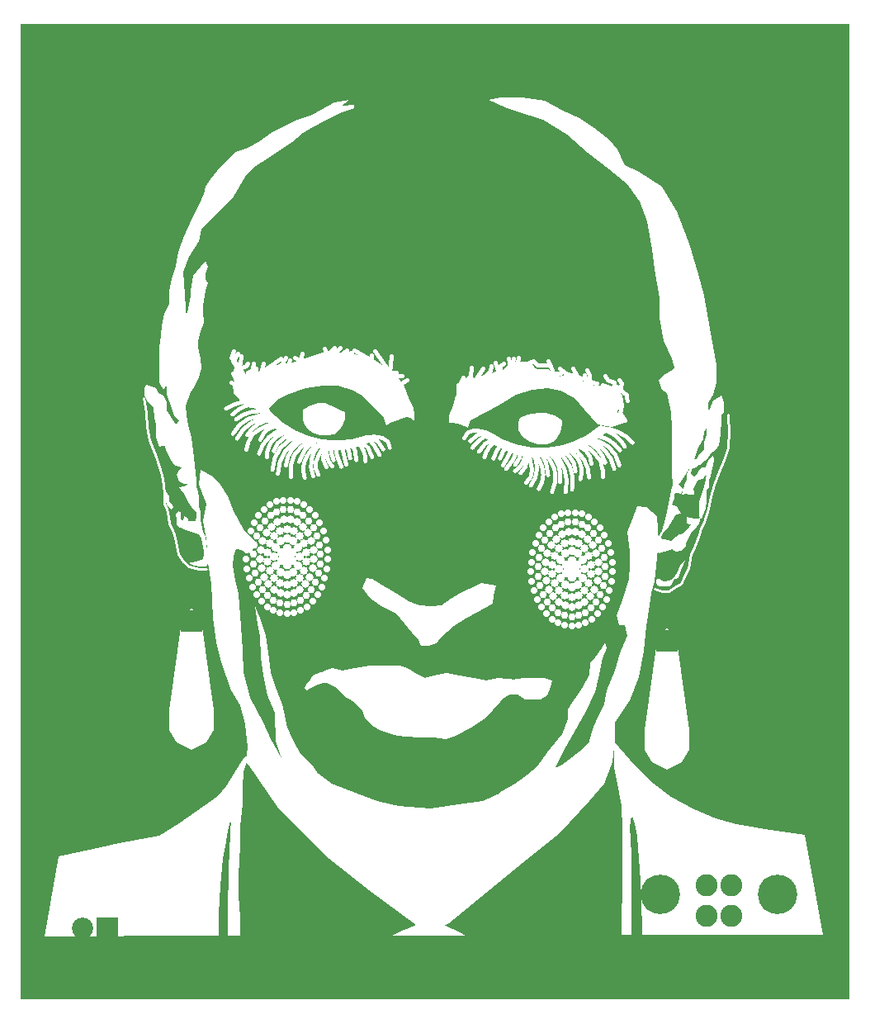
<source format=gts>
G04 start of page 2 for group 2 layer_idx 15 *
G04 Title: (unknown), top_mask *
G04 Creator: pcb-rnd 3.1.4-dev *
G04 CreationDate: 2024-02-11 09:55:08 UTC *
G04 For: STEM4ukraine *
G04 Format: Gerber/RS-274X *
G04 PCB-Dimensions: 334646 393701 *
G04 PCB-Coordinate-Origin: lower left *
%MOIN*%
%FSLAX25Y25*%
%LNTOP_MASK_NONE_2*%
%ADD65C,0.0887*%
%ADD64C,0.1595*%
%ADD63C,0.0860*%
%ADD62C,0.0100*%
%ADD61C,0.0374*%
%ADD60C,0.0394*%
%ADD59C,0.0354*%
%ADD58C,0.0335*%
%ADD57C,0.0315*%
%ADD56C,0.0295*%
%ADD55C,0.0276*%
%ADD54C,0.0800*%
%ADD53C,0.0150*%
%ADD52C,0.0200*%
%ADD51C,0.0001*%
G54D51*G36*
X0Y393701D02*Y0D01*
X334646D01*
Y393701D01*
X0D01*
G37*
%LPC*%
G36*
X86000Y178701D02*X85500Y175201D01*
X86500Y169201D01*
X88000Y163701D01*
X88500Y155201D01*
X89500Y141201D01*
X90000Y132201D01*
X92500Y121701D01*
X98000Y111701D01*
X101000Y105201D01*
X108000Y92701D01*
X106500Y88701D01*
X96000Y89701D01*
X91000Y95701D01*
X91500Y101701D01*
X90500Y111201D01*
X88500Y118701D01*
X85000Y124701D01*
X81000Y136201D01*
X79000Y144201D01*
X77500Y154201D01*
X77000Y167701D01*
X75500Y176201D01*
X75000Y185701D01*
X73500Y193201D01*
X75000Y200201D01*
X72000Y207701D01*
X72500Y213701D01*
X77500Y211201D01*
X80500Y207701D01*
X83500Y203201D01*
X86000Y197201D01*
X90000Y189701D01*
X94500Y184701D01*
X95000Y183201D01*
X92500Y180201D01*
X87000Y182201D01*
X86000Y178701D01*
G37*
G36*
X59500Y198701D02*X59000Y199701D01*
X58500Y201201D01*
Y205201D01*
X60000Y203201D01*
Y201201D01*
X61000Y200201D01*
X61500Y198701D01*
X61000Y197701D01*
X59500Y198701D01*
G37*
G36*
X70500Y176701D02*X73500Y177701D01*
X74000Y179701D01*
Y181201D01*
X73500Y182701D01*
X73000Y186201D01*
X72000Y187701D01*
X71000Y188201D01*
X68000Y189201D01*
X66000Y189701D01*
X65500Y190201D01*
X63500Y190701D01*
X63000Y191701D01*
Y193701D01*
X62500Y195701D01*
X63500Y197201D01*
X64500Y196701D01*
Y194201D01*
X65500Y193201D01*
X66000Y195201D01*
X67000Y194701D01*
X67500Y193701D01*
Y193201D01*
X70500D01*
X71000Y194701D01*
Y196701D01*
X69000Y198701D01*
X67500Y200701D01*
X66500Y202701D01*
X66000Y204201D01*
X64500Y205701D01*
X64000Y206701D01*
X66000Y207201D01*
X67500Y208201D01*
X68500Y209201D01*
X71000Y209701D01*
Y207201D01*
X71500Y204701D01*
X72000Y202701D01*
Y199201D01*
X72500Y196701D01*
Y193701D01*
X73000Y191701D01*
X73500Y188701D01*
X74500Y186701D01*
X75500Y178201D01*
Y176201D01*
X75000Y174701D01*
X72500D01*
X70000Y175201D01*
X68000Y176201D01*
X67500D01*
X70500Y176701D01*
G37*
G36*
X78000Y108701D02*X75000Y103701D01*
X69000Y100953D01*
X63000Y103701D01*
X60000Y108701D01*
Y116701D01*
X65000Y152701D01*
X66000Y155701D01*
X69000Y157701D01*
X72000Y155701D01*
X73000Y152701D01*
X78000Y116701D01*
Y108701D01*
G37*
G36*
X160500Y145201D02*X158000Y148201D01*
X155000Y151701D01*
X151500Y155701D01*
X145500Y158701D01*
X141000Y162201D01*
X138000Y166201D01*
X139500Y170201D01*
X142000Y169701D01*
X144500Y168201D01*
X148000Y166201D01*
X152000Y163701D01*
X156500Y160701D01*
X161000Y159201D01*
X166000Y158701D01*
X170000Y159201D01*
X173500Y161701D01*
X177000Y163701D01*
X186000Y168201D01*
X192000Y167201D01*
X191000Y163201D01*
X190500Y159701D01*
X184000Y156201D01*
X179500Y153701D01*
X175000Y150701D01*
X169500Y146201D01*
X168000Y143701D01*
X164500Y142701D01*
X161500D01*
X160500Y145201D01*
G37*
G36*
X97000Y153201D02*X99000Y147201D01*
X100000Y140201D01*
X101000Y132201D01*
X102500Y126701D01*
X105500Y119201D01*
X107000Y113201D01*
X107500Y109701D01*
X110000Y104701D01*
X113000Y99201D01*
X117500Y94701D01*
X119500Y91701D01*
X120000Y85701D01*
X110500Y90201D01*
X107000Y92701D01*
X103000Y104201D01*
X102500Y115701D01*
X99500Y122701D01*
X98000Y131201D01*
X97000Y138201D01*
X96500Y146701D01*
X95500Y151701D01*
X94500Y158701D01*
X97000Y153201D01*
G37*
G36*
X115500Y124701D02*X114500Y125701D01*
X115500Y127701D01*
X117000Y129201D01*
X118000Y130701D01*
X121000Y132201D01*
X126000Y133201D01*
X123500Y132201D01*
X121000Y130701D01*
X121500Y129701D01*
X125000Y128201D01*
X123500Y127701D01*
X122000D01*
X120000Y127201D01*
X116000Y125201D01*
X115500Y124701D01*
G37*
G36*
X133500Y122201D02*X138000Y119201D01*
X143000Y115701D01*
X149500Y114201D01*
X160000Y112701D01*
X168000D01*
X176500Y113701D01*
X183500Y116701D01*
X192000Y120201D01*
X198000Y126201D01*
X193500Y120201D01*
X190500Y116701D01*
X188000Y113701D01*
X182000Y109701D01*
X175000Y106201D01*
X171500Y105201D01*
X166500Y105701D01*
X162000D01*
X155000Y106201D01*
X150500Y106701D01*
X145000Y108701D01*
X141500Y110701D01*
X139000Y113701D01*
X138000Y116701D01*
X132000Y122701D01*
X133500Y122201D01*
G37*
G36*
X194000D02*X198000Y125701D01*
X199500Y129201D01*
X198500D01*
X203000Y129701D01*
X211500D01*
X214500Y128701D01*
X214000Y126201D01*
X212500Y122701D01*
X210000Y121201D01*
X203500D01*
X200500Y123201D01*
X197500D01*
X194000Y121201D01*
Y122201D01*
G37*
G36*
X256500Y168701D02*X257000Y169701D01*
X258000D01*
X259500Y168701D01*
X262000Y169201D01*
X263500Y170201D01*
X265000Y172201D01*
X266500Y175701D01*
X268500Y177701D01*
X267000Y174201D01*
X265500Y170201D01*
X264000Y169701D01*
X262500Y167201D01*
X261500Y166701D01*
X258500D01*
X257000Y167201D01*
X256500Y168701D01*
G37*
G36*
X229000Y102201D02*X231000Y109201D01*
X232500Y113201D01*
X235500Y119201D01*
X236500Y124701D01*
X240000Y132701D01*
X242000Y139701D01*
X245000Y146701D01*
X244000Y151201D01*
X241500D01*
X240500Y155201D01*
X243000Y161201D01*
X245500Y169701D01*
X246000Y174701D01*
Y180701D01*
X245000Y188701D01*
X247000Y193701D01*
X249000Y199201D01*
X252500Y198701D01*
X257000Y195201D01*
X257500Y184701D01*
X256000Y168701D01*
X254500Y164201D01*
X254000Y159201D01*
X252500Y150701D01*
X251500Y140701D01*
X249500Y130201D01*
X246000Y120701D01*
X240000Y111701D01*
X229000Y102201D01*
G37*
G36*
X265000Y208701D02*X266500Y207201D01*
X267500Y205701D01*
X266500Y204201D01*
X264500Y204701D01*
X264000Y203701D01*
Y202201D01*
X263000Y199701D01*
X265000Y199201D01*
X266500Y196201D01*
X264500Y195701D01*
X261500Y190701D01*
X259500Y188701D01*
X258500Y186701D01*
X259000Y185701D01*
X260000D01*
X262500Y185201D01*
X264500Y186701D01*
X266000Y187701D01*
X267500Y188201D01*
X270000Y190701D01*
X270500Y191701D01*
X269000Y192201D01*
Y194701D01*
X272000Y194201D01*
X273500D01*
X274500Y194701D01*
X274000Y192201D01*
X273000Y190701D01*
X270500Y188201D01*
X268500Y184201D01*
Y182701D01*
X266500Y181201D01*
X264500Y180701D01*
X263000Y181701D01*
X260000Y180701D01*
X257500Y180201D01*
X256500Y182201D01*
X257000Y185701D01*
X259000Y189201D01*
X260000Y192701D01*
X261000Y196701D01*
X262000Y201701D01*
X263000Y207201D01*
X265000Y208701D01*
G37*
G36*
X267000Y204201D02*X267500Y205701D01*
X268000Y207701D01*
X269000Y209701D01*
Y212201D01*
X269500Y213701D01*
X270500Y212201D01*
X272000Y211201D01*
X273000Y211701D01*
X274000Y213701D01*
X275000Y214701D01*
X276500D01*
X277000Y216201D01*
X278000Y218201D01*
X279500Y219701D01*
X280000Y217701D01*
X279500Y215701D01*
X279000Y213201D01*
X278500Y211201D01*
X278000Y209701D01*
Y206701D01*
X277000Y205701D01*
Y201201D01*
X276500Y198201D01*
X275500Y195701D01*
X275000Y194201D01*
X274000Y195201D01*
Y201201D01*
X275500Y205701D01*
X276500Y209701D01*
X277000Y212201D01*
X276500Y211701D01*
X275500Y210201D01*
X273500Y209701D01*
X272500Y208201D01*
X272000Y206701D01*
X271500Y206201D01*
X272000Y204701D01*
Y203701D01*
X270000D01*
X269000Y204201D01*
X267000Y203701D01*
Y204201D01*
G37*
G36*
X270000Y100701D02*X267000Y95701D01*
X261000Y92953D01*
X255000Y95701D01*
X252000Y100701D01*
Y108701D01*
X257000Y144701D01*
X258000Y147701D01*
X261000Y149701D01*
X264000Y147701D01*
X265000Y144701D01*
X270000Y108701D01*
Y100701D01*
G37*
G36*
X177500Y232201D02*X174500Y232701D01*
X173000D01*
Y235701D01*
X174500Y239701D01*
X175500Y243701D01*
X181000Y247701D01*
X188000Y251201D01*
X195000Y253701D01*
X202500Y254701D01*
X211000Y252701D01*
X217500Y249201D01*
X223500Y247701D01*
X231500Y244701D01*
X237500Y239701D01*
X242000Y236201D01*
X244000Y232701D01*
X238500Y231201D01*
X233000Y232201D01*
X227500Y238201D01*
X223500Y242701D01*
X218000Y245701D01*
X213000Y246701D01*
X206500Y246201D01*
X200000Y244201D01*
X193000Y239701D01*
X181500Y233701D01*
X180500Y230701D01*
X177500Y232201D01*
G37*
G36*
X117000Y239701D02*X120000Y240701D01*
X123000D01*
X126500Y239201D01*
X128500Y238201D01*
X131000Y237201D01*
Y234201D01*
X130000Y231701D01*
X128500Y229701D01*
X126500Y228201D01*
X124000Y227701D01*
X121000D01*
X118000Y228701D01*
X116000Y230201D01*
X114500Y232201D01*
X114000Y234201D01*
Y238201D01*
X117000Y239701D01*
G37*
G36*
X146500Y234701D02*X138000Y243701D01*
X133500Y246201D01*
X128000Y247701D01*
X122000D01*
X115000Y246701D01*
X107500Y244201D01*
X103500Y242201D01*
X100500Y239201D01*
X99000Y235201D01*
X97500Y236701D01*
X94000Y238701D01*
X91000Y239201D01*
X86000Y244701D01*
X85500Y248201D01*
X88500Y247701D01*
X93000Y250701D01*
X96500Y253701D01*
X102500Y256201D01*
X109500Y257201D01*
X116000Y259201D01*
X123500Y261701D01*
X133500Y260701D01*
X142000Y258701D01*
X150500Y253201D01*
X154500Y248201D01*
X157000Y242201D01*
X158500Y238701D01*
X159000Y236201D01*
Y233701D01*
X158500D01*
X157500Y234701D01*
X155500Y235201D01*
X153000Y234201D01*
X150000Y233201D01*
X147500Y231701D01*
X146500Y234701D01*
G37*
G36*
X201500D02*X204500Y236201D01*
X209000Y236701D01*
X212000D01*
X215500Y235701D01*
X218500Y233701D01*
Y232201D01*
X218000Y229201D01*
X216500Y226701D01*
X215000Y225201D01*
X212500Y224201D01*
X209000D01*
X205500Y225201D01*
X202500Y227201D01*
X201000Y229701D01*
Y233201D01*
X201500Y234701D01*
G37*
G36*
X270500Y212201D02*X270000Y212701D01*
Y214701D01*
X270500Y216701D01*
X272000Y218201D01*
X273000D01*
X274000Y220201D01*
X275000Y220701D01*
X276000Y222201D01*
Y224701D01*
X277000Y227701D01*
Y231701D01*
X283000Y236701D01*
Y233701D01*
X282500Y228201D01*
X282000Y223701D01*
X280500Y221701D01*
X279000Y220701D01*
X277500Y218701D01*
X277000Y217701D01*
X275500Y217201D01*
X275000Y216201D01*
X274000Y215701D01*
X272500Y214701D01*
X271000Y214201D01*
X270500Y211701D01*
Y212201D01*
G37*
G36*
X263000D02*Y230701D01*
X262500Y237201D01*
X261000Y244701D01*
X259000Y246201D01*
X257500Y249701D01*
X259500Y252201D01*
X262500Y253701D01*
X264000Y255201D01*
X263000Y258701D01*
X259500Y265701D01*
X258000Y275201D01*
Y283201D01*
X256000Y294701D01*
X255000Y302701D01*
X253000Y314201D01*
X250000Y322201D01*
X245000Y329201D01*
X237500Y335201D01*
X229000Y341701D01*
X220500Y349201D01*
X211000Y355201D01*
X205500Y356701D01*
X195500Y360201D01*
X189000Y363201D01*
X193500Y364201D01*
X202500D01*
X211500Y362701D01*
X219000Y358701D01*
X225500Y355701D01*
X231500Y351701D01*
X237500Y347201D01*
X241000Y343201D01*
X244000Y336701D01*
X249500Y334201D01*
X259000Y328201D01*
X265000Y318201D01*
X270000Y305201D01*
X273500Y292701D01*
X276000Y284201D01*
X279000Y267201D01*
X281000Y256201D01*
Y249201D01*
X279500Y244201D01*
X277500Y240701D01*
Y236701D01*
X279500Y241701D01*
X283000Y243701D01*
X284000Y241201D01*
Y237201D01*
X281500Y234201D01*
X278500Y233201D01*
X276000Y229201D01*
X275500Y226201D01*
X273500Y222701D01*
X271500Y217201D01*
X268500Y212201D01*
X263500Y204701D01*
X263000Y212201D01*
G37*
G36*
X67000Y274701D02*X67500Y279201D01*
X68500Y283701D01*
Y286201D01*
X69500Y292201D01*
X72500Y295701D01*
X74500Y298201D01*
X75500Y295701D01*
X74500Y293201D01*
Y290701D01*
X75500Y289201D01*
X74500Y286201D01*
X73500Y280201D01*
Y277701D01*
X74000Y273201D01*
X72500Y269701D01*
X71500Y265701D01*
Y263201D01*
X72500Y258701D01*
X73000Y254701D01*
X72000Y251201D01*
X70000Y247201D01*
X68500Y245201D01*
X66500Y239701D01*
X67000Y235701D01*
X68000Y230201D01*
X63500Y233701D01*
X62000Y235701D01*
X60500Y239701D01*
X59000Y244201D01*
Y248201D01*
X57500Y246201D01*
X56000Y249201D01*
Y263201D01*
X56500Y268201D01*
X57000Y272201D01*
X58000Y276701D01*
X60000Y280701D01*
Y286201D01*
X61000Y290701D01*
X62500Y296201D01*
X63500Y301701D01*
X66000Y308201D01*
X69000Y314701D01*
X72000Y320701D01*
X74000Y325201D01*
X74500Y328201D01*
X76500Y331201D01*
X80500Y336201D01*
X86500Y342201D01*
X91500Y343701D01*
X96000Y346201D01*
X101500Y350201D01*
X111000Y354701D01*
X117500Y357201D01*
X126500Y362201D01*
X132500Y363201D01*
X129500Y360701D01*
X134500Y361201D01*
Y359701D01*
X129500Y358201D01*
X123000Y354701D01*
X118000Y352201D01*
X114000Y349701D01*
X109500Y346201D01*
X100500Y340201D01*
X94000Y335701D01*
X90500Y332201D01*
X86000Y324201D01*
X77000Y315201D01*
X73000Y310701D01*
X72000Y306201D01*
X68000Y299701D01*
X65500Y293701D01*
X67000Y274701D01*
G37*
G36*
X69000Y208201D02*X66000D01*
X64000Y209201D01*
X63000Y211701D01*
X64000Y213701D01*
X65000Y214701D01*
X62000Y215701D01*
X60500Y217701D01*
X59000Y221201D01*
X58000Y223701D01*
X56000Y223201D01*
X55500Y224201D01*
X54500Y227201D01*
Y232201D01*
X54000Y234701D01*
X53500Y239201D01*
X51000Y241701D01*
X50000Y243701D01*
Y246701D01*
X50500Y248201D01*
X52000Y247701D01*
X54500Y246701D01*
X55500Y244701D01*
X57500Y243701D01*
X59000Y241201D01*
Y237701D01*
X62000Y233201D01*
X63000Y232201D01*
X64000Y233701D01*
X67500Y231701D01*
X69000Y226701D01*
X70000Y218701D01*
X71000Y209701D01*
X69000Y208201D01*
G37*
G36*
X123000Y132701D02*X126000Y133701D01*
X130000Y132701D01*
X135000Y133701D01*
X141000Y134701D01*
X153000D01*
X156000Y133701D01*
X159000Y131701D01*
X163000Y129701D01*
X167000Y130701D01*
X172000Y131701D01*
X188000Y128701D01*
X193000Y129701D01*
X198500Y129201D01*
Y125701D01*
X195500Y122701D01*
X191000Y119701D01*
X176000Y113701D01*
X169000Y112701D01*
X161000D01*
X152500Y113701D01*
X143000Y115701D01*
X139000Y118701D01*
X132000Y122701D01*
X128000Y126701D01*
X124000Y128701D01*
X120000Y129701D01*
Y130701D01*
X123000Y132701D01*
G37*
G36*
X125500Y87201D02*X136000Y83201D01*
X144000Y80201D01*
X152500Y78201D01*
X165500Y77201D01*
X176500Y78701D01*
X186500Y80201D01*
X194500Y83701D01*
X218500Y94701D01*
X227000Y101201D01*
X232500Y107201D01*
X240000Y112201D01*
Y104701D01*
X239000Y95701D01*
X235500Y87201D01*
X229500Y80201D01*
X217500Y67201D01*
X202500Y55201D01*
X191500Y46201D01*
X173000Y30701D01*
X170500Y29701D01*
X159500Y30201D01*
X140500Y44201D01*
X124500Y56701D01*
X103500Y77701D01*
X92000Y94701D01*
X119000Y92201D01*
X125500Y87201D01*
G37*
G36*
X90000Y91701D02*X89500Y85701D01*
Y79201D01*
X88500Y69701D01*
Y62201D01*
X88000Y50201D01*
Y42201D01*
X88500Y33201D01*
Y25701D01*
X83500D01*
Y35201D01*
X84000Y53201D01*
X84500Y66701D01*
X85000Y73201D01*
X84500Y72201D01*
X83500Y68201D01*
X82500Y61701D01*
X81500Y56701D01*
X80500Y45701D01*
X80000Y34701D01*
Y25701D01*
X22500D01*
Y59201D01*
X38000Y62701D01*
X48500Y64701D01*
X56000Y66201D01*
X64000Y71201D01*
X74000Y78201D01*
X79500Y82201D01*
X83000Y86201D01*
X89000Y95701D01*
X90500Y98201D01*
X91500D01*
X91000Y95201D01*
X90000Y91701D01*
G37*
G36*
X154000Y27701D02*X156500Y28701D01*
X159500Y30201D01*
X171000D01*
X178000Y26701D01*
X179500Y25701D01*
X150000D01*
X152000Y26701D01*
X154000Y27701D01*
G37*
G36*
X193500Y83701D02*X199500Y87201D01*
X204500Y90701D01*
X208500Y94201D01*
X212500Y99701D01*
X218500Y107201D01*
X221000Y113201D01*
Y117201D01*
X222500Y119701D01*
X225000Y123201D01*
X227000Y126201D01*
X229500Y131201D01*
X230000Y135701D01*
X232000Y138201D01*
X234500Y141701D01*
X236000Y144201D01*
X236500Y141701D01*
X235000Y137701D01*
X233500Y131201D01*
X232000Y124201D01*
X228000Y115701D01*
X223500Y108201D01*
X219500Y101201D01*
X215500Y93201D01*
X213000Y88701D01*
X210000Y83701D01*
X188000Y75201D01*
X189500Y77701D01*
X193500Y83701D01*
G37*
G36*
X246000Y96701D02*X255500Y87201D01*
X262500Y81701D01*
X272000Y76701D01*
X280500Y73201D01*
X289000Y70701D01*
X304500Y68201D01*
X308000Y67701D01*
Y26201D01*
X251000D01*
X250500Y41701D01*
X250000Y52701D01*
X249000Y65701D01*
X248000Y71201D01*
X247000Y74201D01*
X246500D01*
X246000Y69701D01*
X246500Y58701D01*
Y26201D01*
X242500D01*
X243000Y51201D01*
Y69201D01*
X242500Y78201D01*
X240500Y88701D01*
X239500Y93701D01*
Y99201D01*
X239000Y104201D01*
X239500D01*
X246000Y96701D01*
G37*
G36*
X316535Y66386D02*X324016Y26228D01*
X292520D01*
X300787Y68748D01*
X316535Y66386D01*
G37*
G36*
X41732Y25638D02*X9646D01*
X15354Y57724D01*
X38583Y62843D01*
X41732Y25638D01*
G37*
G54D52*X161000Y112701D02*X169000D01*
X161000D02*X153000Y113701D01*
X163000Y123701D02*X167000D01*
X169000Y112701D02*X176000Y113701D01*
X184000Y116701D01*
X167000Y123701D02*X171000Y124701D01*
X175000D01*
X181000Y123701D01*
X186000D01*
X177000Y129701D02*X183000Y128701D01*
X163000Y123701D02*X159000Y124701D01*
X154000Y126701D01*
X146000Y127701D01*
X184000Y116701D02*X191000Y119701D01*
X186000Y123701D02*X191000Y124701D01*
X196000Y126701D02*X198000D01*
X183000Y128701D02*X188000Y127701D01*
X193000Y128701D01*
X198000Y126701D02*Y125701D01*
X191000Y119701D02*X195000Y122701D01*
X198000Y125701D01*
X191000Y124701D02*X198500Y127701D01*
G54D53*X190000Y255701D02*X189500Y253701D01*
X182000Y247701D02*Y250701D01*
X181500Y251701D02*X182000Y255201D01*
X187500Y251701D02*X183174Y249527D01*
X182000Y250701D02*X179500Y246201D01*
X186500Y254701D02*X182000Y247701D01*
X180000Y250201D02*X181500Y251701D01*
X178000Y245201D02*X180000Y250201D01*
X178500Y251201D02*X178000Y245201D01*
X176500Y247201D02*X178500Y251201D01*
X176500Y243201D02*Y248201D01*
X183174Y249527D02*X192643Y253201D01*
X189500Y253701D02*X187500Y251701D01*
X191500Y257201D02*X192500Y253701D01*
G54D52*X204000Y254701D02*X197500Y254201D01*
G54D53*X200500Y255701D02*X205746Y255946D01*
X197500Y254201D02*X200500Y255701D01*
X193500D02*Y253701D01*
X195000Y256701D02*X193500Y255701D01*
X192500Y251201D02*X197000Y255451D01*
X192500Y253701D02*X193000Y252201D01*
X199000Y258701D02*X197500Y254201D01*
Y255701D02*X197000Y258701D01*
X200500Y257201D02*X197500Y255701D01*
X201000Y259201D02*X200500Y257201D01*
G54D52*X211000Y252701D02*X204000Y254701D01*
G54D53*X212500Y253701D02*X214000Y252701D01*
X207500Y253701D02*X212500D01*
X213643Y256201D02*X208500D01*
G54D52*X217500Y249201D02*X211000Y252701D01*
G54D53*X215500D02*X217000Y250701D01*
X214000Y252701D02*X218000D01*
X214500Y254201D02*X213000Y257701D01*
X217500Y254701D02*X220000Y252701D01*
X205000Y256901D02*X207500Y253701D01*
X204500Y256701D02*X200400Y256801D01*
X207000Y257701D02*X204500Y256701D01*
X208500Y256201D02*X207000Y257701D01*
X219000Y251201D02*X220500Y252301D01*
X217000Y250701D02*X219000Y251201D01*
X220000Y252701D02*X223500Y251701D01*
G54D54*X221500Y248701D02*X224000Y247201D01*
G54D53*X225500Y251034D02*X226000Y248701D01*
X227500Y252201D02*X228500Y246201D01*
X226000Y250701D02*X228000Y251201D01*
X224500Y251701D02*X226000Y250701D01*
X235000Y246201D02*X240500Y247401D01*
X233500Y247201D02*X235000Y246201D01*
X226000Y248701D02*X231500Y247201D01*
X235000Y248201D02*X237500Y247201D01*
X230500Y249201D02*X232500Y248701D01*
X229500Y252201D02*Y248701D01*
X228000Y251201D02*X230500Y249201D01*
X237500Y247201D02*X238000Y245201D01*
X241500Y250201D02*X242500Y248701D01*
X239500Y249201D02*Y248201D01*
X237000Y250201D02*X239500Y249201D01*
X236000Y251701D02*X237000Y250201D01*
G54D54*X236500Y242201D02*X229500Y243701D01*
G54D53*X231500Y247201D02*X233500D01*
X241444Y246645D02*X238500Y237701D01*
X238000Y245201D02*X241444Y246645D01*
X240500Y243701D02*Y240701D01*
G54D54*X238500D02*X236500Y242201D01*
G54D53*X242000Y246201D02*X240500Y243701D01*
X242500Y239701D02*X242000Y243701D01*
X240500Y240701D02*X240000Y237201D01*
X231683Y220438D02*X227000Y224701D01*
X198500Y223201D02*X194500Y215701D01*
X242000Y236701D02*X242500Y239701D01*
X235000Y213701D02*Y211201D01*
G54D55*X223895Y196649D03*
G54D56*X223880Y192697D03*
G54D55*X226645Y195989D03*
X229276Y194688D03*
X231712Y192783D03*
G54D57*X223857Y188739D03*
G54D56*X226583Y191920D03*
X229119Y190396D03*
G54D55*X233883Y190329D03*
G54D58*X222500Y184921D03*
G54D57*X226486Y187794D03*
X228864Y185963D03*
G54D56*X231384Y188189D03*
X233285Y185389D03*
G54D55*X235727Y187396D03*
X237190Y184070D03*
G54D59*X222500Y180984D03*
G54D58*X225241Y184245D03*
X227652Y182296D03*
G54D57*X230842Y183363D03*
G54D56*X234745Y182110D03*
G54D55*X238230Y180445D03*
G54D60*X222500Y173701D03*
G54D61*Y177047D03*
X224570Y175374D03*
G54D59*X225101Y180008D03*
X227005Y177343D03*
X227702Y173701D03*
G54D58*X229441Y179311D03*
G54D57*X232296Y180155D03*
G54D56*X235704Y178487D03*
G54D58*X230393Y175649D03*
G54D57*X233135Y176541D03*
X233305Y172749D03*
G54D56*X236121Y174668D03*
X235982Y170809D03*
G54D55*X238818Y176626D03*
X238936Y172723D03*
X238582Y168849D03*
G54D61*X222500Y170354D03*
X220430Y172028D03*
Y175374D03*
G54D59*X217995Y170059D03*
X222500Y166417D03*
X219899Y167393D03*
G54D58*X217348Y165105D03*
X222500Y162480D03*
X219759Y163157D03*
G54D57*X217284Y160418D03*
X215089Y162651D03*
X222500Y158543D03*
X219807Y159020D03*
G54D56*X217121Y156154D03*
X214709Y158029D03*
G54D55*X219720Y151000D03*
X217019Y151985D03*
G54D52*X193000Y128701D02*X200000Y128201D01*
G54D56*X222500Y154606D03*
X219754Y154997D03*
G54D55*X222500Y150669D03*
X214477Y153594D03*
X212165Y155781D03*
X210151Y158485D03*
G54D56*X212615Y160545D03*
G54D55*X208491Y161625D03*
G54D57*X213359Y165579D03*
G54D56*X210925Y163600D03*
X209710Y167069D03*
G54D55*X207235Y165113D03*
G54D59*X217298Y173701D03*
G54D58*X215559Y168091D03*
G54D57*X212203Y169017D03*
G54D55*X206418Y168849D03*
G54D58*X214607Y171752D03*
G54D57*X211695Y172749D03*
G54D56*X209018Y170809D03*
X208879Y174668D03*
G54D55*X206064Y172723D03*
X206182Y176626D03*
G54D58*X214607Y175649D03*
G54D57*X211865Y176541D03*
G54D61*X224570Y172028D03*
G54D59*X227005Y170059D03*
X225101Y167393D03*
G54D58*X225241Y163157D03*
X230393Y171752D03*
X229441Y168091D03*
X227652Y165105D03*
G54D57*X232797Y169017D03*
G54D56*X235290Y167069D03*
G54D55*X237765Y165113D03*
G54D57*X231641Y165579D03*
G54D56*X234075Y163600D03*
X232385Y160545D03*
G54D55*X236509Y161625D03*
X234849Y158485D03*
X232835Y155781D03*
G54D57*X229911Y162651D03*
G54D56*X230291Y158029D03*
G54D55*X230523Y153594D03*
G54D57*X227716Y160418D03*
X225193Y159020D03*
G54D56*X227879Y156154D03*
X225246Y154997D03*
G54D55*X227981Y151985D03*
X225280Y151000D03*
G54D58*X217348Y182296D03*
G54D57*X212704Y180155D03*
X214158Y183363D03*
X216136Y185963D03*
X218514Y187794D03*
G54D59*X217995Y177343D03*
G54D58*X215559Y179311D03*
G54D56*X209296Y178487D03*
G54D55*X206770Y180445D03*
G54D56*X210255Y182110D03*
G54D55*X207810Y184070D03*
G54D56*X211715Y185389D03*
G54D55*X209273Y187396D03*
X211117Y190329D03*
G54D56*X213616Y188189D03*
X215881Y190396D03*
X218417Y191920D03*
G54D55*X213288Y192783D03*
X215724Y194688D03*
X218355Y195989D03*
G54D59*X219899Y180008D03*
G54D58*X219759Y184245D03*
G54D57*X221143Y188739D03*
G54D56*X221120Y192697D03*
G54D55*X221105Y196649D03*
G54D53*X242500Y248701D02*X242000Y246201D01*
X228500Y254201D02*X229500Y252201D01*
X223000Y254701D02*X224500Y251701D01*
X244500Y242701D02*X245000Y241701D01*
X244000Y233701D02*X242000Y236701D01*
X244500Y244201D02*Y242701D01*
X239500Y248201D02*X244500Y244201D01*
G54D62*X259000Y164701D02*X256000Y165701D01*
X261500Y164701D02*X259000D01*
X269500Y174201D02*X268000Y170701D01*
X270500Y179701D02*X269500Y174201D01*
X271500Y181701D02*X270500Y179701D01*
X272500Y184201D02*X271500Y181701D01*
X264500Y166701D02*X261500Y164701D01*
X266500Y167701D02*X264500Y166701D01*
X268000Y170701D02*X266500Y167701D01*
X274000Y187701D02*X272500Y184201D01*
X274500Y190201D02*X274000Y187701D01*
X276000Y192701D02*X274500Y190201D01*
X282000Y213201D02*X280000Y207701D01*
X284000Y217701D02*X282000Y213201D01*
X285500Y222701D02*X284000Y217701D01*
X286000Y229701D02*X285500Y222701D01*
X277500Y198201D02*X276000Y192701D01*
X278500Y203201D02*X277500Y198201D01*
X280000Y207701D02*X278500Y203201D01*
X285500Y235201D02*X286000Y229701D01*
X285500Y236201D02*Y235201D01*
G54D52*X153000Y113701D02*X143000Y115701D01*
X139000Y118701D01*
X146000Y127701D02*X139000D01*
G54D62*X50500Y237201D02*X49500Y242701D01*
X51000Y231201D02*X50500Y237201D01*
X52000Y225701D02*X51000Y231201D01*
X54500Y219201D02*X52000Y225701D01*
X57000Y211701D02*X54500Y219201D01*
X57500Y207701D02*X57000Y211701D01*
X58000Y204201D02*X57500Y207701D01*
X58000Y200201D02*Y204201D01*
X59000Y198201D02*X58000Y200201D01*
X59500Y194701D02*X59000Y198201D01*
X60000Y192201D02*X59500Y194701D01*
X61000Y190201D02*X60000Y192201D01*
X62000Y187701D02*X61000Y190201D01*
X62500Y184701D02*X62000Y187701D01*
X63500Y179701D02*X62500Y184701D01*
X65500Y176701D02*X63500Y179701D01*
X68000Y174701D02*X65500Y176701D01*
X72000Y173701D02*X68000Y174701D01*
X75000Y173701D02*X72000D01*
G54D58*X99607Y176752D03*
G54D57*X96695Y177749D03*
G54D56*X94018Y175809D03*
G54D55*X91418Y173849D03*
X91064Y177723D03*
G54D59*X102298Y178701D03*
G54D58*X100559Y173091D03*
G54D57*X97203Y174017D03*
G54D60*X107500Y178701D03*
G54D61*X105430Y177028D03*
G54D59*X102995Y175059D03*
G54D56*X94710Y172069D03*
G54D61*X107500Y175354D03*
X109570Y177028D03*
G54D59*X107500Y171417D03*
X112005Y175059D03*
G54D58*X107500Y167480D03*
X110241Y168157D03*
G54D59*X110101Y172393D03*
G54D58*X112652Y170105D03*
G54D57*X116641Y170579D03*
X110193Y164020D03*
X114911Y167651D03*
X112716Y165418D03*
G54D56*X117385Y165545D03*
G54D55*X121509Y166625D03*
G54D52*X139000Y118701D02*X132000Y122701D01*
G54D56*X115291Y163029D03*
X112879Y161154D03*
G54D55*X117835Y160781D03*
X115523Y158594D03*
X112981Y156985D03*
X119849Y163485D03*
G54D56*X120290Y172069D03*
X119075Y168600D03*
X110246Y159997D03*
G54D55*X110280Y156000D03*
X122765Y170113D03*
G54D58*X115393Y176752D03*
X114441Y173091D03*
G54D57*X107500Y163543D03*
G54D56*Y159606D03*
G54D55*Y155669D03*
G54D57*X118305Y177749D03*
X117797Y174017D03*
G54D56*X120982Y175809D03*
G54D55*X123936Y177723D03*
X123582Y173849D03*
G54D59*X104899Y172393D03*
X112702Y178701D03*
G54D58*X104759Y168157D03*
G54D57*X104807Y164020D03*
G54D56*X102121Y161154D03*
X104754Y159997D03*
G54D55*X104720Y156000D03*
X102019Y156985D03*
X99477Y158594D03*
G54D58*X102348Y170105D03*
G54D57*X100089Y167651D03*
X98359Y170579D03*
G54D56*X95925Y168600D03*
G54D57*X102284Y165418D03*
G54D56*X99709Y163029D03*
X97615Y165545D03*
G54D55*X97165Y160781D03*
X95151Y163485D03*
X93491Y166625D03*
X92235Y170113D03*
G54D58*X99607Y180649D03*
X115393D03*
G54D56*X93879Y179668D03*
X121121D03*
G54D61*X105430Y180374D03*
G54D59*X104899Y185008D03*
G54D58*X104759Y189245D03*
X107500Y189921D03*
G54D59*Y185984D03*
G54D58*X110241Y189245D03*
X112652Y187296D03*
G54D61*X107500Y182047D03*
G54D59*X110101Y185008D03*
X112005Y182343D03*
G54D58*X114441Y184311D03*
G54D57*X113864Y190963D03*
G54D56*X118285Y190389D03*
G54D57*X115842Y188363D03*
X117296Y185155D03*
G54D56*X119745Y187110D03*
X120704Y183487D03*
G54D55*X122190Y189070D03*
X123230Y185445D03*
G54D57*X118135Y181541D03*
G54D55*X123818Y181626D03*
G54D61*X109570Y180374D03*
G54D58*X102348Y187296D03*
G54D57*X97704Y185155D03*
X99158Y188363D03*
X101136Y190963D03*
G54D59*X102995Y182343D03*
G54D58*X100559Y184311D03*
G54D57*X96865Y181541D03*
G54D56*X94296Y183487D03*
X95255Y187110D03*
G54D55*X92810Y189070D03*
G54D56*X96715Y190389D03*
G54D55*X91182Y181626D03*
X91770Y185445D03*
G54D56*X98616Y193189D03*
G54D55*X94273Y192396D03*
X96117Y195329D03*
X98288Y197783D03*
G54D57*X103514Y192794D03*
G54D56*X100881Y195396D03*
X103417Y196920D03*
G54D57*X106143Y193739D03*
G54D56*X106120Y197697D03*
G54D57*X108857Y193739D03*
G54D56*X108880Y197697D03*
G54D57*X111486Y192794D03*
G54D56*X111583Y196920D03*
X114119Y195396D03*
X116384Y193189D03*
G54D55*X116712Y197783D03*
X118883Y195329D03*
X120727Y192396D03*
X100724Y199688D03*
X103355Y200989D03*
X106105Y201649D03*
X108895D03*
X111645Y200989D03*
X114276Y199688D03*
G54D53*X91707Y224676D02*X91060Y222262D01*
X129422Y224406D02*X131344Y216126D01*
X85000Y249201D02*X87750Y248201D01*
X85000Y259201D02*X88026Y255674D01*
X86000Y261701D02*X85000Y259201D01*
X85500Y257701D02*X87500Y260701D01*
X89000Y259701D02*X88500Y256701D01*
X90315Y250016D02*X87250Y254451D01*
X87500Y254534D02*X85500Y257701D01*
X88500Y256701D02*X87500Y254534D01*
X89000Y248201D02*X90315Y250016D01*
X96655Y230325D02*X102281Y233231D01*
X86781Y252982D02*X89000Y248201D01*
X91675Y248875D02*X86781Y252982D01*
X91500Y253201D02*X93583Y254201D01*
X88026Y255674D02*X91500Y249201D01*
X91000Y255701D02*X91500Y256701D01*
X94000D02*X93000Y250701D01*
X93583Y254201D02*X91675Y248875D01*
X91500Y249201D02*Y253201D01*
X86500Y254201D02*X91000Y255701D01*
X88000Y247701D02*X86500Y254201D01*
X85500Y252701D02*X88000Y247701D01*
X95000Y254701D02*X94500Y251201D01*
X97000Y253201D02*X105000Y258701D01*
X98000Y256701D02*X97000Y253201D01*
X107000Y259201D02*X105000Y255701D01*
X113000Y258201D02*X113500Y260701D01*
X110500Y259201D02*X113000Y258201D01*
X108500D02*X108000Y256201D01*
X129000Y260201D02*X133500Y261201D01*
X141500Y258201D02*Y260201D01*
X134500Y262201D02*X141500Y258201D01*
X156000Y250201D02*X153500Y248701D01*
X154000Y251701D02*X151000D01*
X148844Y253201D02*X151500D01*
X149500Y259701D02*X148844Y253201D01*
X148500Y253701D02*X143000Y261701D01*
X131500Y262201D02*X129000Y260201D01*
Y263201D02*X125500Y260201D01*
X126500Y263201D02*X123500Y260201D01*
X122500Y262701D01*
G54D52*X120000Y129701D02*X124000Y128701D01*
X120000Y129701D02*X123000Y131701D01*
X126000Y132701D01*
X132000Y122701D02*X128000Y126701D01*
X124000Y128701D02*X128000Y126701D01*
X126000Y132701D02*X130000Y131701D01*
X135000Y132701D01*
X131000Y128701D02*X127000Y129701D01*
X139000Y127701D02*X131000Y128701D01*
X127000Y129701D02*X120000D01*
X135000Y132701D02*X141000Y133701D01*
X153000D01*
X156000Y132701D01*
X159000Y130701D01*
X163000Y128701D01*
X167000Y129701D01*
X172000Y130701D01*
X177000Y129701D01*
G54D53*X96848Y240554D02*G75*G03X85478Y236176I-760J-14981D01*G01*
X97073Y240838D02*G75*G03X82884Y238527I-4529J-16904D01*G01*
X99677Y237035D02*G75*G03X87022Y234209I-3623J-13523D01*G01*
X91501Y227843D02*G75*G02X101907Y234194I11185J-6626D01*G01*
X91707Y224676D02*G75*G02X96655Y230325I8210J-2200D01*G01*
X96701Y225926D02*G75*G02X105886Y231230I7244J-1941D01*G01*
G54D52*X117891Y223872D02*G75*G02X94859Y240476I10353J38637D01*G01*
G54D53*X99491Y218824D02*G75*G02X111423Y228711I9473J711D01*G01*
X96243Y220355D02*G75*G02X106959Y230447I13523J-3623D01*G01*
G54D52*X140152Y226902D02*G75*G02X96844Y240959I-12650J34770D01*G01*
G54D53*X87308Y226414D02*G75*G02X101589Y235039I13894J-6870D01*G01*
X85677Y228316D02*G75*G02X100738Y235198I11696J-5675D01*G01*
X101630Y213830D02*G75*G02X112675Y227813I14992J-488D01*G01*
X103861Y212219D02*G75*G02X114113Y227096I16495J-395D01*G01*
X109156Y210909D02*G75*G02X117489Y225512I12201J2717D01*G01*
X120745Y224139D02*G75*G03X118108Y211260I7926J-8332D01*G01*
X123816Y222802D02*G75*G03X125792Y215171I7727J-2071D01*G01*
X122332Y221129D02*G75*G03X123415Y214911I7244J-1941D01*G01*
X119236Y217300D02*G75*G02X124499Y224547I12074J-3235D01*G01*
X119236Y217300D02*G75*G03X120236Y211824I6279J-1682D01*G01*
X112440Y217050D02*G75*G02X118478Y225705I14972J-4012D01*G01*
X114371Y216533D02*G75*G03X114694Y210630I9176J-2459D01*G01*
X114371Y216533D02*G75*G02X122399Y224886I11591J-3106D01*G01*
X125653Y223863D02*G75*G03X126360Y217669I8210J-2200D01*G01*
X127228Y224447D02*G75*G03X129482Y215051I16976J-897D01*G01*
X133026Y218455D02*G75*G03X131313Y224655I-16947J-1345D01*G01*
X135520Y217754D02*G75*G03X133402Y225087I-12998J219D01*G01*
X107087Y215523D02*G75*G02X114997Y226266I12468J-897D01*G01*
G54D52*X117891Y223872D02*G75*G03X140992Y225998I8670J32359D01*G01*
G54D53*X102203Y221346D02*G75*G02X113225Y227710I8693J-2329D01*G01*
X139179Y217308D02*G75*G03X135477Y225515I-9991J431D01*G01*
X140316Y226541D02*G75*G02X144838Y219816I-12293J-13149D01*G01*
X137341Y225471D02*G75*G02X141883Y218967I-5255J-8508D01*G01*
X146076Y226673D02*G75*G03X140128Y227115I-4141J-15455D01*G01*
X140988Y227001D02*G75*G02X146409Y222080I-2071J-7727D01*G01*
X146076Y226673D02*G75*G02X149040Y222742I-1035J-3864D01*G01*
X188529Y228083D02*G75*G03X182421Y222758I8471J-15882D01*G01*
X191127Y226279D02*G75*G03X185056Y221173I2873J-9578D01*G01*
X187238Y218870D02*G75*G02X192939Y225839I9762J-2169D01*G01*
X183000Y229701D02*G75*G02X188860Y228589I0J-16000D01*G01*
G54D52*X209500Y219701D02*G75*G02X187737Y227733I0J33500D01*G01*
G54D53*X193479Y218386D02*G75*G02X196738Y223931I16021J-5685D01*G01*
X190888Y218354D02*G75*G02X194832Y224889I12612J-3153D01*G01*
X188000Y228701D02*G75*G03X181490Y225351I0J-8000D01*G01*
X183000Y229701D02*G75*G03X179119Y226671I0J-4000D01*G01*
G54D52*X209500Y219701D02*G75*G03X236045Y229778I0J40000D01*G01*
G54D53*X230500Y227701D02*G75*G02X241993Y221696I0J-14000D01*G01*
X236019Y216706D02*G75*G03X227611Y225534I-12519J-3505D01*G01*
X234143Y230368D02*G75*G02X243993Y223197I-3143J-14667D01*G01*
X234000Y230701D02*G75*G02X247107Y224796I0J-17500D01*G01*
X235000Y213701D02*G75*G03X231683Y220438I-8500J0D01*G01*
X239699Y214241D02*G75*G03X228137Y226268I-15199J-3040D01*G01*
X241766Y215656D02*G75*G03X229000Y226201I-12766J-2455D01*G01*
X230500Y216201D02*G75*G03X223000Y223701I-7500J0D01*G01*
G54D52*X188782Y228389D02*G75*G03X234252Y230758I21218J30312D01*G01*
G54D53*X224000Y213201D02*G75*G03X215000Y222201I-9000J0D01*G01*
X217775Y208840D02*G75*G03X212915Y221264I-12275J2361D01*G01*
X220036Y204813D02*G75*G03X213984Y221837I-16036J3887D01*G01*
X214582Y204919D02*G75*G03X210312Y221181I-11082J5782D01*G01*
X213000Y211701D02*G75*G03X209407Y221624I-15500J0D01*G01*
X211000Y211701D02*G75*G02X209161Y206083I-9500J0D01*G01*
X225967Y210062D02*G75*G03X217000Y222701I-8967J3138D01*G01*
X222608Y205792D02*G75*G03X215558Y222157I-14608J3408D01*G01*
X229500Y210701D02*G75*G03X221761Y223223I-14000J0D01*G01*
X206813Y220697D02*G75*G02X206026Y207575I-9813J-5997D01*G01*
X206500Y213701D02*G75*G02X204116Y208670I-6500J0D01*G01*
X211000Y211701D02*G75*G03X205408Y221847I-12000J0D01*G01*
X203500Y220201D02*G75*G02X199616Y213341I-8000J0D01*G01*
X202000Y221701D02*G75*G02X199714Y215901I-8500J0D01*G01*
X200630Y222673D02*G75*G02X196021Y214180I-16630J3528D01*G01*
X204500Y218201D02*G75*G02X201845Y212475I-7500J0D01*G01*
X206500Y213701D02*G75*G03X203291Y222063I-12500J0D01*G01*
%LPD*%
G54D51*G36*
X64700Y148401D02*Y157001D01*
X73300D01*
Y148401D01*
X64700D01*
G37*
G54D63*X69000Y182701D03*
G54D51*G36*
X30700Y24401D02*Y33001D01*
X39300D01*
Y24401D01*
X30700D01*
G37*
G54D63*X25000Y28701D03*
G54D64*X258220Y42559D03*
X305622D03*
G54D65*X286843Y33701D03*
X277000D03*
X286843Y46299D03*
X277000D03*
G54D51*G36*
X256700Y140401D02*Y149001D01*
X265300D01*
Y140401D01*
X256700D01*
G37*
G54D63*X261000Y174701D03*
M02*

</source>
